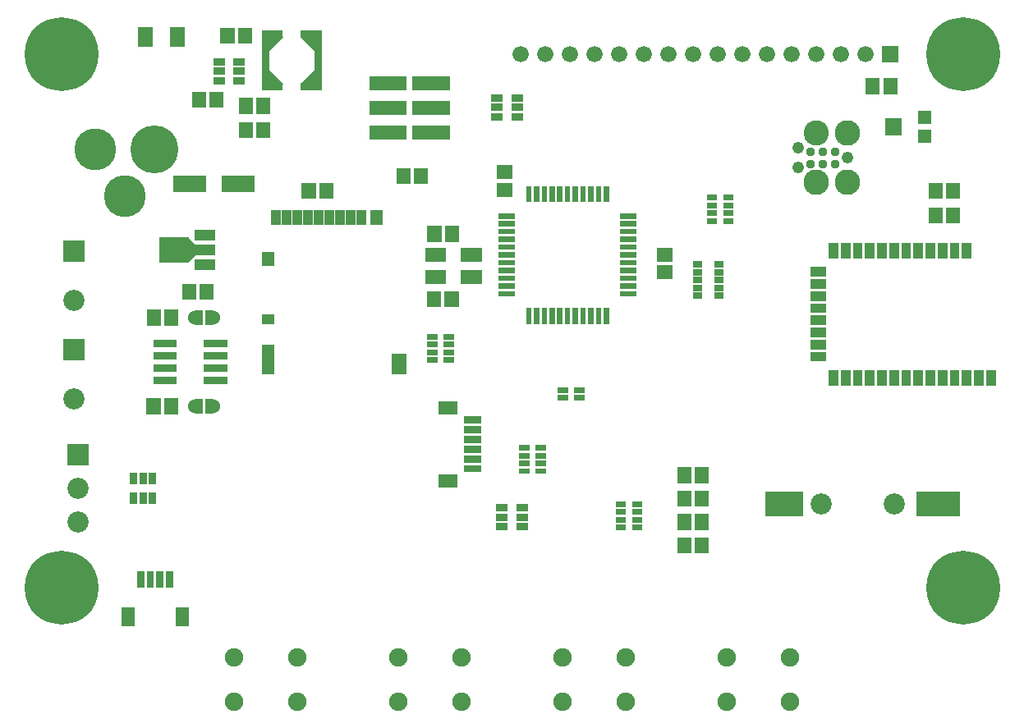
<source format=gbr>
G04 start of page 7 for group -4063 idx -4063 *
G04 Title: (unknown), componentmask *
G04 Creator: pcb 4.0.2 *
G04 CreationDate: Thu Jul  2 20:22:59 2020 UTC *
G04 For: ndholmes *
G04 Format: Gerber/RS-274X *
G04 PCB-Dimensions (mil): 4000.00 2900.00 *
G04 PCB-Coordinate-Origin: lower left *
%MOIN*%
%FSLAX25Y25*%
%LNTOPMASK*%
%ADD83C,0.0600*%
%ADD82C,0.0370*%
%ADD81C,0.1025*%
%ADD80C,0.1035*%
%ADD79C,0.0490*%
%ADD78C,0.0750*%
%ADD77C,0.1700*%
%ADD76C,0.1950*%
%ADD75C,0.0660*%
%ADD74C,0.2997*%
%ADD73C,0.0860*%
%ADD72C,0.0001*%
G54D72*G36*
X17700Y157300D02*Y148700D01*
X26300D01*
Y157300D01*
X17700D01*
G37*
G54D73*X22000Y133000D03*
G54D72*G36*
X17700Y197300D02*Y188700D01*
X26300D01*
Y197300D01*
X17700D01*
G37*
G54D73*X22000Y173000D03*
G54D74*X17000Y273000D03*
G54D75*X243500D03*
X233500D03*
X223500D03*
X213500D03*
X203500D03*
G54D76*X54700Y234400D03*
G54D77*X30700D03*
X42700Y215400D03*
G54D74*X383000Y273000D03*
Y56500D03*
G54D78*X246095Y10142D03*
X220505D03*
X312795D03*
X287205D03*
X312795Y27858D03*
G54D73*X355064Y90300D03*
X325536D03*
G54D78*X287205Y27858D03*
G54D79*X316000Y235000D03*
G54D72*G36*
X350200Y276300D02*Y269700D01*
X356800D01*
Y276300D01*
X350200D01*
G37*
G54D75*X343500Y273000D03*
X333500D03*
X323500D03*
X313500D03*
X303500D03*
X293500D03*
X283500D03*
G54D78*X112795Y10142D03*
X179495D03*
X153905D03*
X87205D03*
Y27858D03*
X112795D03*
X179495D03*
X153905D03*
X246095D03*
X220505D03*
G54D74*X17000Y56500D03*
G54D72*G36*
X19373Y114745D02*Y106145D01*
X27973D01*
Y114745D01*
X19373D01*
G37*
G54D73*X23673Y96665D03*
Y82886D03*
G54D75*X273500Y273000D03*
X263500D03*
X253500D03*
G54D80*X336000Y221000D03*
X323500D03*
G54D81*Y241000D03*
G54D80*X336000D03*
G54D79*Y231000D03*
X316000Y227000D03*
G54D72*G36*
X349273Y263252D02*X343555D01*
Y256748D01*
X349273D01*
Y263252D01*
G37*
G36*
X356359D02*X350641D01*
Y256748D01*
X356359D01*
Y263252D01*
G37*
G36*
X370200Y242250D02*X364900D01*
Y236949D01*
X370200D01*
Y242250D01*
G37*
G36*
Y250051D02*X364900D01*
Y244750D01*
X370200D01*
Y250051D01*
G37*
G36*
X358200Y246951D02*X351300D01*
Y240050D01*
X358200D01*
Y246951D01*
G37*
G54D82*X331000Y233500D03*
X326000D03*
X321000D03*
X331000Y228500D03*
X326000D03*
X321000D03*
G54D72*G36*
X386496Y196350D02*X382596D01*
Y190048D01*
X386496D01*
Y196350D01*
G37*
G36*
X381574D02*X377674D01*
Y190048D01*
X381574D01*
Y196350D01*
G37*
G36*
X376653D02*X372753D01*
Y190048D01*
X376653D01*
Y196350D01*
G37*
G36*
X371732D02*X367832D01*
Y190048D01*
X371732D01*
Y196350D01*
G37*
G36*
X366811D02*X362911D01*
Y190048D01*
X366811D01*
Y196350D01*
G37*
G36*
X361889D02*X357989D01*
Y190048D01*
X361889D01*
Y196350D01*
G37*
G36*
X356968D02*X353068D01*
Y190048D01*
X356968D01*
Y196350D01*
G37*
G36*
X352047D02*X348147D01*
Y190048D01*
X352047D01*
Y196350D01*
G37*
G36*
X374859Y210752D02*X369141D01*
Y204248D01*
X374859D01*
Y210752D01*
G37*
G36*
X381945D02*X376227D01*
Y204248D01*
X381945D01*
Y210752D01*
G37*
G36*
X374816Y220752D02*X369098D01*
Y214248D01*
X374816D01*
Y220752D01*
G37*
G36*
X381902D02*X376184D01*
Y214248D01*
X381902D01*
Y220752D01*
G37*
G36*
X347126Y196350D02*X343226D01*
Y190048D01*
X347126D01*
Y196350D01*
G37*
G36*
X342204D02*X338304D01*
Y190048D01*
X342204D01*
Y196350D01*
G37*
G36*
X337283D02*X333383D01*
Y190048D01*
X337283D01*
Y196350D01*
G37*
G36*
X332362D02*X328462D01*
Y190048D01*
X332362D01*
Y196350D01*
G37*
G36*
X321202Y186574D02*Y182674D01*
X327500D01*
Y186574D01*
X321202D01*
G37*
G36*
Y181653D02*Y177753D01*
X327500D01*
Y181653D01*
X321202D01*
G37*
G36*
Y176732D02*Y172832D01*
X327500D01*
Y176732D01*
X321202D01*
G37*
G36*
Y171811D02*Y167911D01*
X327500D01*
Y171811D01*
X321202D01*
G37*
G36*
Y166889D02*Y162989D01*
X327500D01*
Y166889D01*
X321202D01*
G37*
G36*
Y161968D02*Y158068D01*
X327500D01*
Y161968D01*
X321202D01*
G37*
G36*
Y157047D02*Y153147D01*
X327500D01*
Y157047D01*
X321202D01*
G37*
G36*
Y152126D02*Y148226D01*
X327500D01*
Y152126D01*
X321202D01*
G37*
G36*
X302923Y95200D02*Y85400D01*
X317962D01*
Y95200D01*
X302923D01*
G37*
G36*
X279859Y86252D02*X274141D01*
Y79748D01*
X279859D01*
Y86252D01*
G37*
G36*
Y105252D02*X274141D01*
Y98748D01*
X279859D01*
Y105252D01*
G37*
G36*
Y95752D02*X274141D01*
Y89248D01*
X279859D01*
Y95752D01*
G37*
G36*
X332362Y144752D02*X328462D01*
Y138450D01*
X332362D01*
Y144752D01*
G37*
G36*
X337283D02*X333383D01*
Y138450D01*
X337283D01*
Y144752D01*
G37*
G36*
X342204D02*X338304D01*
Y138450D01*
X342204D01*
Y144752D01*
G37*
G36*
X347126D02*X343226D01*
Y138450D01*
X347126D01*
Y144752D01*
G37*
G36*
X352047D02*X348147D01*
Y138450D01*
X352047D01*
Y144752D01*
G37*
G36*
X356968D02*X353068D01*
Y138450D01*
X356968D01*
Y144752D01*
G37*
G36*
X361889D02*X357989D01*
Y138450D01*
X361889D01*
Y144752D01*
G37*
G36*
X366811D02*X362911D01*
Y138450D01*
X366811D01*
Y144752D01*
G37*
G36*
X364055Y95200D02*Y85400D01*
X381655D01*
Y95200D01*
X364055D01*
G37*
G36*
X371732Y144752D02*X367832D01*
Y138450D01*
X371732D01*
Y144752D01*
G37*
G36*
X376653D02*X372753D01*
Y138450D01*
X376653D01*
Y144752D01*
G37*
G36*
X381574D02*X377674D01*
Y138450D01*
X381574D01*
Y144752D01*
G37*
G36*
X386496D02*X382596D01*
Y138450D01*
X386496D01*
Y144752D01*
G37*
G36*
X391417D02*X387517D01*
Y138450D01*
X391417D01*
Y144752D01*
G37*
G36*
X396338D02*X392438D01*
Y138450D01*
X396338D01*
Y144752D01*
G37*
G36*
X273322Y188867D02*Y186298D01*
X277072D01*
Y188867D01*
X273322D01*
G37*
G36*
X281983D02*Y186298D01*
X285733D01*
Y188867D01*
X281983D01*
G37*
G36*
X273322Y185718D02*Y183149D01*
X277072D01*
Y185718D01*
X273322D01*
G37*
G36*
X281983D02*Y183149D01*
X285733D01*
Y185718D01*
X281983D01*
G37*
G36*
X273322Y182568D02*Y179999D01*
X277072D01*
Y182568D01*
X273322D01*
G37*
G36*
Y179418D02*Y176849D01*
X277072D01*
Y179418D01*
X273322D01*
G37*
G36*
Y176269D02*Y173700D01*
X277072D01*
Y176269D01*
X273322D01*
G37*
G36*
X281983D02*Y173700D01*
X285733D01*
Y176269D01*
X281983D01*
G37*
G36*
Y179418D02*Y176849D01*
X285733D01*
Y179418D01*
X281983D01*
G37*
G36*
Y182568D02*Y179999D01*
X285733D01*
Y182568D01*
X281983D01*
G37*
G36*
X285776Y206412D02*Y204140D01*
X289920D01*
Y206412D01*
X285776D01*
G37*
G36*
Y209561D02*Y207289D01*
X289920D01*
Y209561D01*
X285776D01*
G37*
G36*
Y212711D02*Y210439D01*
X289920D01*
Y212711D01*
X285776D01*
G37*
G36*
Y215860D02*Y213588D01*
X289920D01*
Y215860D01*
X285776D01*
G37*
G36*
X279080D02*Y213588D01*
X283224D01*
Y215860D01*
X279080D01*
G37*
G36*
Y212711D02*Y210439D01*
X283224D01*
Y212711D01*
X279080D01*
G37*
G36*
Y209561D02*Y207289D01*
X283224D01*
Y209561D01*
X279080D01*
G37*
G36*
Y206412D02*Y204140D01*
X283224D01*
Y206412D01*
X279080D01*
G37*
G36*
X165580Y159360D02*Y157088D01*
X169724D01*
Y159360D01*
X165580D01*
G37*
G36*
Y156212D02*Y153938D01*
X169724D01*
Y156212D01*
X165580D01*
G37*
G36*
X158773Y226752D02*X153055D01*
Y220248D01*
X158773D01*
Y226752D01*
G37*
G36*
X165859D02*X160141D01*
Y220248D01*
X165859D01*
Y226752D01*
G37*
G36*
X171316Y203252D02*X165598D01*
Y196748D01*
X171316D01*
Y203252D01*
G37*
G36*
X171230Y176752D02*X165512D01*
Y170248D01*
X171230D01*
Y176752D01*
G37*
G36*
X165580Y153062D02*Y150788D01*
X169724D01*
Y153062D01*
X165580D01*
G37*
G36*
Y149912D02*Y147640D01*
X169724D01*
Y149912D01*
X165580D01*
G37*
G36*
X172276D02*Y147640D01*
X176420D01*
Y149912D01*
X172276D01*
G37*
G36*
Y153062D02*Y150788D01*
X176420D01*
Y153062D01*
X172276D01*
G37*
G36*
Y156212D02*Y153938D01*
X176420D01*
Y156212D01*
X172276D01*
G37*
G36*
X157213Y151453D02*X151095D01*
Y142972D01*
X157213D01*
Y151453D01*
G37*
G36*
X172276Y159360D02*Y157088D01*
X176420D01*
Y159360D01*
X172276D01*
G37*
G36*
X178402Y203252D02*X172684D01*
Y196748D01*
X178402D01*
Y203252D01*
G37*
G36*
X178316Y176752D02*X172598D01*
Y170248D01*
X178316D01*
Y176752D01*
G37*
G36*
X164697Y185303D02*Y179585D01*
X173170D01*
Y185303D01*
X164697D01*
G37*
G36*
Y194359D02*Y188641D01*
X173170D01*
Y194359D01*
X164697D01*
G37*
G36*
X140677Y209525D02*X136921D01*
Y203800D01*
X140677D01*
Y209525D01*
G37*
G36*
X136347D02*X132591D01*
Y203800D01*
X136347D01*
Y209525D01*
G37*
G36*
X132016D02*X128260D01*
Y203800D01*
X132016D01*
Y209525D01*
G37*
G36*
X127685D02*X123929D01*
Y203800D01*
X127685D01*
Y209525D01*
G37*
G36*
X147370Y209526D02*X142432D01*
Y203800D01*
X147370D01*
Y209526D01*
G37*
G36*
X127402Y220752D02*X121684D01*
Y214248D01*
X127402D01*
Y220752D01*
G37*
G36*
X193748Y220816D02*Y215098D01*
X200252D01*
Y220816D01*
X193748D01*
G37*
G36*
Y227902D02*Y222184D01*
X200252D01*
Y227902D01*
X193748D01*
G37*
G36*
X191600Y249000D02*Y246000D01*
X196200D01*
Y249000D01*
X191600D01*
G37*
G36*
Y256800D02*Y253800D01*
X196200D01*
Y256800D01*
X191600D01*
G37*
G36*
Y252900D02*Y249900D01*
X196200D01*
Y252900D01*
X191600D01*
G37*
G36*
X199800Y249000D02*Y246000D01*
X204400D01*
Y249000D01*
X199800D01*
G37*
G36*
Y252900D02*Y249900D01*
X204400D01*
Y252900D01*
X199800D01*
G37*
G36*
Y256800D02*Y253800D01*
X204400D01*
Y256800D01*
X199800D01*
G37*
G36*
X142076Y263900D02*Y258300D01*
X157164D01*
Y263900D01*
X142076D01*
G37*
G36*
X159556D02*Y258300D01*
X174644D01*
Y263900D01*
X159556D01*
G37*
G36*
X142076Y253900D02*Y248300D01*
X157164D01*
Y253900D01*
X142076D01*
G37*
G36*
X159556D02*Y248300D01*
X174644D01*
Y253900D01*
X159556D01*
G37*
G36*
X142076Y243900D02*Y238300D01*
X157164D01*
Y243900D01*
X142076D01*
G37*
G36*
X159556D02*Y238300D01*
X174644D01*
Y243900D01*
X159556D01*
G37*
G36*
X194515Y208335D02*Y206161D01*
X201115D01*
Y208335D01*
X194515D01*
G37*
G36*
Y205186D02*Y203012D01*
X201115D01*
Y205186D01*
X194515D01*
G37*
G36*
Y202036D02*Y199862D01*
X201115D01*
Y202036D01*
X194515D01*
G37*
G36*
Y198887D02*Y196713D01*
X201115D01*
Y198887D01*
X194515D01*
G37*
G36*
Y195737D02*Y193563D01*
X201115D01*
Y195737D01*
X194515D01*
G37*
G36*
Y192587D02*Y190413D01*
X201115D01*
Y192587D01*
X194515D01*
G37*
G36*
Y189438D02*Y187264D01*
X201115D01*
Y189438D01*
X194515D01*
G37*
G36*
Y186288D02*Y184114D01*
X201115D01*
Y186288D01*
X194515D01*
G37*
G36*
Y183139D02*Y180965D01*
X201115D01*
Y183139D01*
X194515D01*
G37*
G36*
Y179989D02*Y177815D01*
X201115D01*
Y179989D01*
X194515D01*
G37*
G36*
X179264Y185303D02*Y179585D01*
X187737D01*
Y185303D01*
X179264D01*
G37*
G36*
Y194359D02*Y188641D01*
X187737D01*
Y194359D01*
X179264D01*
G37*
G36*
X50675Y63051D02*X47713D01*
Y56349D01*
X50675D01*
Y63051D01*
G37*
G36*
X54612D02*X51650D01*
Y56349D01*
X54612D01*
Y63051D01*
G37*
G36*
X58550D02*X55588D01*
Y56349D01*
X58550D01*
Y63051D01*
G37*
G36*
X62487D02*X59525D01*
Y56349D01*
X62487D01*
Y63051D01*
G37*
G36*
X46738Y48287D02*X41414D01*
Y40601D01*
X46738D01*
Y48287D01*
G37*
G36*
X68786D02*X63462D01*
Y40601D01*
X68786D01*
Y48287D01*
G37*
G36*
X64402Y133252D02*X58684D01*
Y126748D01*
X64402D01*
Y133252D01*
G37*
G36*
X57316D02*X51598D01*
Y126748D01*
X57316D01*
Y133252D01*
G37*
G36*
X55600Y103100D02*X52600D01*
Y98500D01*
X55600D01*
Y103100D01*
G37*
G36*
X51700D02*X48700D01*
Y98500D01*
X51700D01*
Y103100D01*
G37*
G36*
X47800D02*X44800D01*
Y98500D01*
X47800D01*
Y103100D01*
G37*
G36*
Y94900D02*X44800D01*
Y90300D01*
X47800D01*
Y94900D01*
G37*
G36*
X51700D02*X48700D01*
Y90300D01*
X51700D01*
Y94900D01*
G37*
G36*
X55600D02*X52600D01*
Y90300D01*
X55600D01*
Y94900D01*
G37*
G36*
X225276Y134562D02*Y132288D01*
X229420D01*
Y134562D01*
X225276D01*
G37*
G36*
Y137712D02*Y135438D01*
X229420D01*
Y137712D01*
X225276D01*
G37*
G36*
X218580D02*Y135438D01*
X222724D01*
Y137712D01*
X218580D01*
G37*
G36*
Y134562D02*Y132288D01*
X222724D01*
Y134562D01*
X218580D01*
G37*
G36*
X202880Y114260D02*Y111988D01*
X207024D01*
Y114260D01*
X202880D01*
G37*
G36*
X209576D02*Y111988D01*
X213720D01*
Y114260D01*
X209576D01*
G37*
G36*
X202880Y111112D02*Y108838D01*
X207024D01*
Y111112D01*
X202880D01*
G37*
G36*
Y107962D02*Y105688D01*
X207024D01*
Y107962D01*
X202880D01*
G37*
G36*
Y104812D02*Y102540D01*
X207024D01*
Y104812D01*
X202880D01*
G37*
G36*
X209576D02*Y102540D01*
X213720D01*
Y104812D01*
X209576D01*
G37*
G36*
Y107962D02*Y105688D01*
X213720D01*
Y107962D01*
X209576D01*
G37*
G36*
Y111112D02*Y108838D01*
X213720D01*
Y111112D01*
X209576D01*
G37*
G36*
X194515Y176839D02*Y174665D01*
X201115D01*
Y176839D01*
X194515D01*
G37*
G36*
X207839Y170115D02*X205665D01*
Y163515D01*
X207839D01*
Y170115D01*
G37*
G36*
X210988D02*X208814D01*
Y163515D01*
X210988D01*
Y170115D01*
G37*
G36*
X214138D02*X211964D01*
Y163515D01*
X214138D01*
Y170115D01*
G37*
G36*
X217287D02*X215113D01*
Y163515D01*
X217287D01*
Y170115D01*
G37*
G36*
X220437D02*X218263D01*
Y163515D01*
X220437D01*
Y170115D01*
G37*
G36*
X223587D02*X221413D01*
Y163515D01*
X223587D01*
Y170115D01*
G37*
G36*
X226736D02*X224562D01*
Y163515D01*
X226736D01*
Y170115D01*
G37*
G36*
X229886D02*X227712D01*
Y163515D01*
X229886D01*
Y170115D01*
G37*
G36*
X233035D02*X230861D01*
Y163515D01*
X233035D01*
Y170115D01*
G37*
G36*
X236185D02*X234011D01*
Y163515D01*
X236185D01*
Y170115D01*
G37*
G36*
X239335D02*X237161D01*
Y163515D01*
X239335D01*
Y170115D01*
G37*
G36*
X243885Y176839D02*Y174665D01*
X250485D01*
Y176839D01*
X243885D01*
G37*
G36*
Y179988D02*Y177814D01*
X250485D01*
Y179988D01*
X243885D01*
G37*
G36*
Y183138D02*Y180964D01*
X250485D01*
Y183138D01*
X243885D01*
G37*
G36*
X258748Y187316D02*Y181598D01*
X265252D01*
Y187316D01*
X258748D01*
G37*
G36*
Y194402D02*Y188684D01*
X265252D01*
Y194402D01*
X258748D01*
G37*
G36*
X243885Y186287D02*Y184113D01*
X250485D01*
Y186287D01*
X243885D01*
G37*
G36*
Y189437D02*Y187263D01*
X250485D01*
Y189437D01*
X243885D01*
G37*
G36*
Y192587D02*Y190413D01*
X250485D01*
Y192587D01*
X243885D01*
G37*
G36*
Y195736D02*Y193562D01*
X250485D01*
Y195736D01*
X243885D01*
G37*
G36*
Y198886D02*Y196712D01*
X250485D01*
Y198886D01*
X243885D01*
G37*
G36*
Y202035D02*Y199861D01*
X250485D01*
Y202035D01*
X243885D01*
G37*
G36*
Y205185D02*Y203011D01*
X250485D01*
Y205185D01*
X243885D01*
G37*
G36*
Y208335D02*Y206161D01*
X250485D01*
Y208335D01*
X243885D01*
G37*
G36*
X239335Y219485D02*X237161D01*
Y212885D01*
X239335D01*
Y219485D01*
G37*
G36*
X236186D02*X234012D01*
Y212885D01*
X236186D01*
Y219485D01*
G37*
G36*
X233036D02*X230862D01*
Y212885D01*
X233036D01*
Y219485D01*
G37*
G36*
X229887D02*X227713D01*
Y212885D01*
X229887D01*
Y219485D01*
G37*
G36*
X226737D02*X224563D01*
Y212885D01*
X226737D01*
Y219485D01*
G37*
G36*
X223587D02*X221413D01*
Y212885D01*
X223587D01*
Y219485D01*
G37*
G36*
X220438D02*X218264D01*
Y212885D01*
X220438D01*
Y219485D01*
G37*
G36*
X217288D02*X215114D01*
Y212885D01*
X217288D01*
Y219485D01*
G37*
G36*
X214139D02*X211965D01*
Y212885D01*
X214139D01*
Y219485D01*
G37*
G36*
X210989D02*X208815D01*
Y212885D01*
X210989D01*
Y219485D01*
G37*
G36*
X207839D02*X205665D01*
Y212885D01*
X207839D01*
Y219485D01*
G37*
G36*
X201800Y82600D02*Y79600D01*
X206400D01*
Y82600D01*
X201800D01*
G37*
G36*
X193600D02*Y79600D01*
X198200D01*
Y82600D01*
X193600D01*
G37*
G36*
X201800Y86500D02*Y83500D01*
X206400D01*
Y86500D01*
X201800D01*
G37*
G36*
X193600D02*Y83500D01*
X198200D01*
Y86500D01*
X193600D01*
G37*
G36*
X201800Y90400D02*Y87400D01*
X206400D01*
Y90400D01*
X201800D01*
G37*
G36*
X193600D02*Y87400D01*
X198200D01*
Y90400D01*
X193600D01*
G37*
G36*
X180590Y106178D02*Y103216D01*
X187292D01*
Y106178D01*
X180590D01*
G37*
G36*
X170157Y102241D02*Y96917D01*
X177843D01*
Y102241D01*
X170157D01*
G37*
G36*
X180590Y110115D02*Y107153D01*
X187292D01*
Y110115D01*
X180590D01*
G37*
G36*
Y114052D02*Y111090D01*
X187292D01*
Y114052D01*
X180590D01*
G37*
G36*
Y117989D02*Y115027D01*
X187292D01*
Y117989D01*
X180590D01*
G37*
G36*
Y121926D02*Y118964D01*
X187292D01*
Y121926D01*
X180590D01*
G37*
G36*
Y125863D02*Y122901D01*
X187292D01*
Y125863D01*
X180590D01*
G37*
G36*
X170157Y132162D02*Y126838D01*
X177843D01*
Y132162D01*
X170157D01*
G37*
G36*
X242038Y91360D02*Y89088D01*
X246181D01*
Y91360D01*
X242038D01*
G37*
G36*
Y88212D02*Y85938D01*
X246181D01*
Y88212D01*
X242038D01*
G37*
G36*
Y85062D02*Y82788D01*
X246181D01*
Y85062D01*
X242038D01*
G37*
G36*
Y81912D02*Y79640D01*
X246181D01*
Y81912D01*
X242038D01*
G37*
G36*
X248734D02*Y79640D01*
X252877D01*
Y81912D01*
X248734D01*
G37*
G36*
Y85062D02*Y82788D01*
X252877D01*
Y85062D01*
X248734D01*
G37*
G36*
Y88212D02*Y85938D01*
X252877D01*
Y88212D01*
X248734D01*
G37*
G36*
Y91360D02*Y89088D01*
X252877D01*
Y91360D01*
X248734D01*
G37*
G36*
X272773Y105252D02*X267055D01*
Y98748D01*
X272773D01*
Y105252D01*
G37*
G36*
Y95752D02*X267055D01*
Y89248D01*
X272773D01*
Y95752D01*
G37*
G36*
Y86252D02*X267055D01*
Y79748D01*
X272773D01*
Y86252D01*
G37*
G36*
Y76752D02*X267055D01*
Y70248D01*
X272773D01*
Y76752D01*
G37*
G36*
X279859D02*X274141D01*
Y70248D01*
X279859D01*
Y76752D01*
G37*
G54D83*X78400Y130000D03*
G54D72*G36*
Y133000D02*X75400D01*
Y127000D01*
X78400D01*
Y133000D01*
G37*
G54D83*Y166000D03*
G54D72*G36*
Y169000D02*X75400D01*
Y163000D01*
X78400D01*
Y169000D01*
G37*
G36*
X78902Y179752D02*X73184D01*
Y173248D01*
X78902D01*
Y179752D01*
G37*
G36*
X71121Y189784D02*Y185404D01*
X79595D01*
Y189784D01*
X71121D01*
G37*
G54D83*X71600Y130000D03*
G54D72*G36*
X74600Y133000D02*X71600D01*
Y127000D01*
X74600D01*
Y133000D01*
G37*
G36*
X74900Y142000D02*Y139000D01*
X84400D01*
Y142000D01*
X74900D01*
G37*
G36*
X54400D02*Y139000D01*
X63900D01*
Y142000D01*
X54400D01*
G37*
G36*
X74900Y147000D02*Y144000D01*
X84400D01*
Y147000D01*
X74900D01*
G37*
G36*
Y152000D02*Y149000D01*
X84400D01*
Y152000D01*
X74900D01*
G37*
G36*
Y157000D02*Y154000D01*
X84400D01*
Y157000D01*
X74900D01*
G37*
G36*
X54400D02*Y154000D01*
X63900D01*
Y157000D01*
X54400D01*
G37*
G36*
Y152000D02*Y149000D01*
X63900D01*
Y152000D01*
X54400D01*
G37*
G36*
Y147000D02*Y144000D01*
X63900D01*
Y147000D01*
X54400D01*
G37*
G54D83*X71600Y166000D03*
G54D72*G36*
X74600Y169000D02*X71600D01*
Y163000D01*
X74600D01*
Y169000D01*
G37*
G36*
X71816Y179752D02*X66098D01*
Y173248D01*
X71816D01*
Y179752D01*
G37*
G36*
X57516Y169252D02*X51798D01*
Y162748D01*
X57516D01*
Y169252D01*
G37*
G36*
X64602D02*X58884D01*
Y162748D01*
X64602D01*
Y169252D01*
G37*
G36*
X63405Y195690D02*Y191310D01*
X79595D01*
Y195690D01*
X63405D01*
G37*
G36*
X56946Y198525D02*Y188475D01*
X68886D01*
Y198525D01*
X56946D01*
G37*
G36*
X71850Y191615D02*X70006Y193459D01*
X66742Y190195D01*
X68586Y188351D01*
X71850Y191615D01*
G37*
G36*
X68586Y198649D02*X66742Y196805D01*
X70006Y193541D01*
X71850Y195385D01*
X68586Y198649D01*
G37*
G36*
X71121Y201596D02*Y197216D01*
X79595D01*
Y201596D01*
X71121D01*
G37*
G36*
X98536Y167400D02*Y163249D01*
X103472D01*
Y167400D01*
X98536D01*
G37*
G36*
X103473Y192597D02*X98535D01*
Y186871D01*
X103473D01*
Y192597D01*
G37*
G36*
X103474Y154999D02*X98536D01*
Y142973D01*
X103474D01*
Y154999D01*
G37*
G36*
X62558Y223750D02*Y216850D01*
X75757D01*
Y223750D01*
X62558D01*
G37*
G36*
X82243D02*Y216850D01*
X95442D01*
Y223750D01*
X82243D01*
G37*
G36*
X123354Y209525D02*X119598D01*
Y203800D01*
X123354D01*
Y209525D01*
G37*
G36*
X119024D02*X115268D01*
Y203800D01*
X119024D01*
Y209525D01*
G37*
G36*
X120316Y220752D02*X114598D01*
Y214248D01*
X120316D01*
Y220752D01*
G37*
G36*
X114693Y209525D02*X110937D01*
Y203800D01*
X114693D01*
Y209525D01*
G37*
G36*
X110362D02*X106606D01*
Y203800D01*
X110362D01*
Y209525D01*
G37*
G36*
X106031D02*X102275D01*
Y203800D01*
X106031D01*
Y209525D01*
G37*
G36*
X101902Y255352D02*X96184D01*
Y248848D01*
X101902D01*
Y255352D01*
G37*
G36*
X94816D02*X89098D01*
Y248848D01*
X94816D01*
Y255352D01*
G37*
G36*
X101902Y245452D02*X96184D01*
Y238948D01*
X101902D01*
Y245452D01*
G37*
G36*
X94816D02*X89098D01*
Y238948D01*
X94816D01*
Y245452D01*
G37*
G36*
X75816Y257752D02*X70098D01*
Y251248D01*
X75816D01*
Y257752D01*
G37*
G36*
X82902D02*X77184D01*
Y251248D01*
X82902D01*
Y257752D01*
G37*
G36*
X78700Y271500D02*Y268500D01*
X83300D01*
Y271500D01*
X78700D01*
G37*
G36*
Y267600D02*Y264600D01*
X83300D01*
Y267600D01*
X78700D01*
G37*
G36*
Y263700D02*Y260700D01*
X83300D01*
Y263700D01*
X78700D01*
G37*
G36*
X86900Y267600D02*Y264600D01*
X91500D01*
Y267600D01*
X86900D01*
G37*
G36*
Y263700D02*Y260700D01*
X91500D01*
Y263700D01*
X86900D01*
G37*
G36*
X101300Y282600D02*X98400D01*
Y258300D01*
X101300D01*
Y282600D01*
G37*
G36*
X98400Y261200D02*Y258300D01*
X106900D01*
Y261200D01*
X98400D01*
G37*
G36*
X99200Y262700D02*Y259100D01*
X102800D01*
Y262700D01*
X99200D01*
G37*
G36*
Y281800D02*Y278200D01*
X102800D01*
Y281800D01*
X99200D01*
G37*
G36*
X94402Y283752D02*X88684D01*
Y277248D01*
X94402D01*
Y283752D01*
G37*
G36*
X86900Y271500D02*Y268500D01*
X91500D01*
Y271500D01*
X86900D01*
G37*
G36*
X87316Y283752D02*X81598D01*
Y277248D01*
X87316D01*
Y283752D01*
G37*
G36*
X98400Y282600D02*Y279700D01*
X106900D01*
Y282600D01*
X98400D01*
G37*
G36*
X114200D02*Y279700D01*
X122700D01*
Y282600D01*
X114200D01*
G37*
G36*
X107019Y280000D02*X104473Y282546D01*
X98454Y276527D01*
X101000Y273981D01*
X107019Y280000D01*
G37*
G36*
X116627Y282546D02*X114081Y280000D01*
X120100Y273981D01*
X122646Y276527D01*
X116627Y282546D01*
G37*
G36*
X118300Y281800D02*Y278200D01*
X121900D01*
Y281800D01*
X118300D01*
G37*
G36*
X122700Y282600D02*X119800D01*
Y258300D01*
X122700D01*
Y282600D01*
G37*
G36*
X114200Y261200D02*Y258300D01*
X122700D01*
Y261200D01*
X114200D01*
G37*
G36*
X101000Y266919D02*X98454Y264373D01*
X104473Y258354D01*
X107019Y260900D01*
X101000Y266919D01*
G37*
G36*
X122646Y264373D02*X120100Y266919D01*
X114081Y260900D01*
X116627Y258354D01*
X122646Y264373D01*
G37*
G36*
X118300Y262700D02*Y259100D01*
X121900D01*
Y262700D01*
X118300D01*
G37*
G36*
X54050Y284050D02*X47950D01*
Y275950D01*
X54050D01*
Y284050D01*
G37*
G36*
X67050D02*X60950D01*
Y275950D01*
X67050D01*
Y284050D01*
G37*
M02*

</source>
